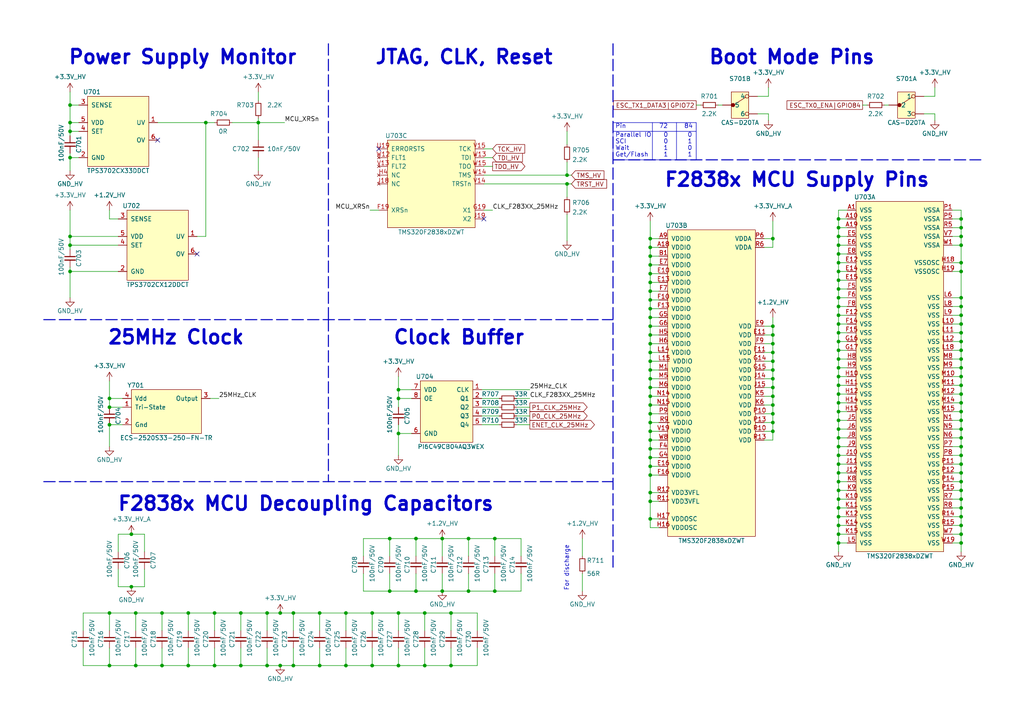
<source format=kicad_sch>
(kicad_sch (version 20211123) (generator eeschema)
  (paper "A4")
  (title_block (title "LCB-CCB-01: Control Board - MCU") (date "2022-03-17") (rev "0.1") (company "PADERBORN UNIVERSITY DEPARTMENT OF POWER ELECTRONICS AND ELECTRICAL DRIVES"))
  (junction (at 188.595 109.855))
  (junction (at 243.205 142.24))
  (junction (at 243.205 152.4))
  (junction (at 278.765 66.04))
  (junction (at 224.155 114.935))
  (junction (at 278.765 93.98))
  (junction (at 278.765 106.68))
  (junction (at 188.595 137.795))
  (junction (at 115.57 113.03))
  (junction (at 278.765 114.3))
  (junction (at 278.765 91.44))
  (junction (at 188.595 84.455))
  (junction (at 59.69 35.56))
  (junction (at 243.205 119.38))
  (junction (at 20.32 35.56))
  (junction (at 278.765 109.22))
  (junction (at 74.93 35.56))
  (junction (at 115.57 177.8))
  (junction (at 143.51 156.21))
  (junction (at 243.205 132.08))
  (junction (at 188.595 122.555))
  (junction (at 115.57 193.04))
  (junction (at 278.765 111.76))
  (junction (at 243.205 121.92))
  (junction (at 123.19 177.8))
  (junction (at 243.205 139.7))
  (junction (at 278.765 99.06))
  (junction (at 31.75 177.8))
  (junction (at 188.595 125.095))
  (junction (at 278.765 149.86))
  (junction (at 120.65 171.45))
  (junction (at 69.85 177.8))
  (junction (at 224.155 109.855))
  (junction (at 38.1 170.18))
  (junction (at 77.47 193.04))
  (junction (at 54.61 193.04))
  (junction (at 107.95 193.04))
  (junction (at 62.23 177.8))
  (junction (at 20.32 71.12))
  (junction (at 188.595 104.775))
  (junction (at 278.765 147.32))
  (junction (at 243.205 99.06))
  (junction (at 278.765 104.14))
  (junction (at 278.765 127))
  (junction (at 188.595 114.935))
  (junction (at 243.205 106.68))
  (junction (at 224.155 112.395))
  (junction (at 188.595 150.495))
  (junction (at 188.595 127.635))
  (junction (at 120.65 156.21))
  (junction (at 278.765 121.92))
  (junction (at 130.81 177.8))
  (junction (at 188.595 112.395))
  (junction (at 243.205 127))
  (junction (at 278.765 152.4))
  (junction (at 243.205 86.36))
  (junction (at 123.19 193.04))
  (junction (at 278.765 101.6))
  (junction (at 278.765 96.52))
  (junction (at 31.75 118.11))
  (junction (at 164.465 53.34))
  (junction (at 188.595 135.255))
  (junction (at 77.47 177.8))
  (junction (at 115.57 115.57))
  (junction (at 278.765 144.78))
  (junction (at 243.205 71.12))
  (junction (at 278.765 63.5))
  (junction (at 278.765 76.2))
  (junction (at 243.205 68.58))
  (junction (at 278.765 132.08))
  (junction (at 20.32 78.74))
  (junction (at 188.595 120.015))
  (junction (at 224.155 120.015))
  (junction (at 243.205 91.44))
  (junction (at 278.765 134.62))
  (junction (at 20.32 68.58))
  (junction (at 243.205 137.16))
  (junction (at 188.595 94.615))
  (junction (at 188.595 107.315))
  (junction (at 128.27 156.21))
  (junction (at 224.155 69.215))
  (junction (at 278.765 139.7))
  (junction (at 243.205 116.84))
  (junction (at 278.765 157.48))
  (junction (at 135.89 171.45))
  (junction (at 39.37 193.04))
  (junction (at 224.155 122.555))
  (junction (at 243.205 129.54))
  (junction (at 46.99 177.8))
  (junction (at 100.33 177.8))
  (junction (at 224.155 107.315))
  (junction (at 278.765 86.36))
  (junction (at 188.595 117.475))
  (junction (at 20.32 30.48))
  (junction (at 243.205 111.76))
  (junction (at 85.09 177.8))
  (junction (at 188.595 71.755))
  (junction (at 224.155 99.695))
  (junction (at 243.205 134.62))
  (junction (at 224.155 125.095))
  (junction (at 243.205 96.52))
  (junction (at 46.99 193.04))
  (junction (at 188.595 132.715))
  (junction (at 188.595 97.155))
  (junction (at 20.32 45.72))
  (junction (at 243.205 73.66))
  (junction (at 62.23 193.04))
  (junction (at 85.09 193.04))
  (junction (at 243.205 157.48))
  (junction (at 188.595 130.175))
  (junction (at 188.595 142.875))
  (junction (at 243.205 88.9))
  (junction (at 243.205 104.14))
  (junction (at 243.205 144.78))
  (junction (at 278.765 88.9))
  (junction (at 243.205 63.5))
  (junction (at 243.205 149.86))
  (junction (at 130.81 193.04))
  (junction (at 128.27 171.45))
  (junction (at 92.71 193.04))
  (junction (at 243.205 76.2))
  (junction (at 188.595 69.215))
  (junction (at 278.765 119.38))
  (junction (at 243.205 154.94))
  (junction (at 224.155 117.475))
  (junction (at 278.765 68.58))
  (junction (at 278.765 142.24))
  (junction (at 135.89 156.21))
  (junction (at 243.205 66.04))
  (junction (at 188.595 99.695))
  (junction (at 188.595 92.075))
  (junction (at 31.75 115.57))
  (junction (at 243.205 81.28))
  (junction (at 243.205 78.74))
  (junction (at 278.765 124.46))
  (junction (at 278.765 129.54))
  (junction (at 39.37 177.8))
  (junction (at 224.155 97.155))
  (junction (at 38.1 154.94))
  (junction (at 69.85 193.04))
  (junction (at 243.205 124.46))
  (junction (at 20.32 38.1))
  (junction (at 143.51 171.45))
  (junction (at 278.765 154.94))
  (junction (at 115.57 125.73))
  (junction (at 188.595 86.995))
  (junction (at 188.595 89.535))
  (junction (at 188.595 102.235))
  (junction (at 243.205 93.98))
  (junction (at 188.595 76.835))
  (junction (at 278.765 137.16))
  (junction (at 113.03 156.21))
  (junction (at 107.95 177.8))
  (junction (at 278.765 116.84))
  (junction (at 243.205 147.32))
  (junction (at 243.205 83.82))
  (junction (at 100.33 193.04))
  (junction (at 224.155 102.235))
  (junction (at 224.155 104.775))
  (junction (at 243.205 109.22))
  (junction (at 164.465 50.8))
  (junction (at 243.205 101.6))
  (junction (at 188.595 79.375))
  (junction (at 278.765 71.12))
  (junction (at 81.28 193.04))
  (junction (at 113.03 171.45))
  (junction (at 31.75 123.19))
  (junction (at 54.61 177.8))
  (junction (at 224.155 94.615))
  (junction (at 188.595 74.295))
  (junction (at 188.595 81.915))
  (junction (at 278.765 78.74))
  (junction (at 92.71 177.8))
  (junction (at 31.75 193.04))
  (junction (at 81.28 177.8))
  (junction (at 188.595 145.415))
  (junction (at 243.205 114.3))
  (no_connect (at 57.15 73.66))
  (no_connect (at 109.855 43.18))
  (no_connect (at 45.72 40.64))
  (no_connect (at 140.335 63.5))
  (wire (pts (xy 62.23 187.96) (xy 62.23 193.04)))
  (wire (pts (xy 135.89 166.37) (xy 135.89 171.45)))
  (wire (pts (xy 245.745 60.96) (xy 243.205 60.96)))
  (wire (pts (xy 276.225 139.7) (xy 278.765 139.7)))
  (wire (pts (xy 188.595 74.295) (xy 188.595 76.835)))
  (wire (pts (xy 35.56 115.57) (xy 31.75 115.57)))
  (wire (pts (xy 245.745 157.48) (xy 243.205 157.48)))
  (wire (pts (xy 113.03 166.37) (xy 113.03 171.45)))
  (wire (pts (xy 243.205 73.66) (xy 243.205 76.2)))
  (wire (pts (xy 245.745 134.62) (xy 243.205 134.62)))
  (wire (pts (xy 46.99 177.8) (xy 54.61 177.8)))
  (wire (pts (xy 224.155 99.695) (xy 224.155 102.235)))
  (wire (pts (xy 140.335 53.34) (xy 164.465 53.34)))
  (wire (pts (xy 149.86 123.19) (xy 153.67 123.19)))
  (wire (pts (xy 20.32 71.12) (xy 20.32 68.58)))
  (wire (pts (xy 119.38 125.73) (xy 115.57 125.73)))
  (wire (pts (xy 77.47 193.04) (xy 81.28 193.04)))
  (wire (pts (xy 278.765 104.14) (xy 278.765 106.68)))
  (wire (pts (xy 143.51 171.45) (xy 151.13 171.45)))
  (wire (pts (xy 221.615 104.775) (xy 224.155 104.775)))
  (wire (pts (xy 243.205 147.32) (xy 243.205 149.86)))
  (wire (pts (xy 245.745 116.84) (xy 243.205 116.84)))
  (wire (pts (xy 245.745 139.7) (xy 243.205 139.7)))
  (wire (pts (xy 107.95 182.88) (xy 107.95 177.8)))
  (wire (pts (xy 69.85 177.8) (xy 77.47 177.8)))
  (wire (pts (xy 105.41 161.29) (xy 105.41 156.21)))
  (wire (pts (xy 115.57 193.04) (xy 123.19 193.04)))
  (wire (pts (xy 191.135 97.155) (xy 188.595 97.155)))
  (wire (pts (xy 140.335 50.8) (xy 164.465 50.8)))
  (wire (pts (xy 34.29 154.94) (xy 38.1 154.94)))
  (wire (pts (xy 188.595 69.215) (xy 188.595 71.755)))
  (wire (pts (xy 138.43 177.8) (xy 138.43 182.88)))
  (wire (pts (xy 39.37 193.04) (xy 46.99 193.04)))
  (wire (pts (xy 20.32 68.58) (xy 34.29 68.58)))
  (wire (pts (xy 54.61 193.04) (xy 62.23 193.04)))
  (wire (pts (xy 267.97 33.02) (xy 271.145 33.02)))
  (wire (pts (xy 164.465 62.23) (xy 164.465 69.85)))
  (wire (pts (xy 85.09 193.04) (xy 92.71 193.04)))
  (wire (pts (xy 188.595 112.395) (xy 188.595 114.935)))
  (wire (pts (xy 191.135 76.835) (xy 188.595 76.835)))
  (wire (pts (xy 276.225 111.76) (xy 278.765 111.76)))
  (wire (pts (xy 276.225 68.58) (xy 278.765 68.58)))
  (wire (pts (xy 188.595 132.715) (xy 188.595 135.255)))
  (wire (pts (xy 140.335 45.72) (xy 142.875 45.72)))
  (wire (pts (xy 276.225 157.48) (xy 278.765 157.48)))
  (wire (pts (xy 278.765 93.98) (xy 278.765 96.52)))
  (wire (pts (xy 74.93 34.29) (xy 74.93 35.56)))
  (wire (pts (xy 243.205 88.9) (xy 243.205 91.44)))
  (wire (pts (xy 276.225 99.06) (xy 278.765 99.06)))
  (wire (pts (xy 138.43 193.04) (xy 138.43 187.96)))
  (wire (pts (xy 130.81 177.8) (xy 138.43 177.8)))
  (wire (pts (xy 224.155 125.095) (xy 224.155 127.635)))
  (wire (pts (xy 113.03 161.29) (xy 113.03 156.21)))
  (wire (pts (xy 41.91 165.1) (xy 41.91 170.18)))
  (wire (pts (xy 188.595 127.635) (xy 188.595 130.175)))
  (wire (pts (xy 188.595 89.535) (xy 188.595 92.075)))
  (wire (pts (xy 115.57 187.96) (xy 115.57 193.04)))
  (wire (pts (xy 60.96 115.57) (xy 63.5 115.57)))
  (wire (pts (xy 39.37 177.8) (xy 46.99 177.8)))
  (wire (pts (xy 278.765 132.08) (xy 278.765 134.62)))
  (wire (pts (xy 24.13 187.96) (xy 24.13 193.04)))
  (wire (pts (xy 139.7 113.03) (xy 153.67 113.03)))
  (wire (pts (xy 164.465 50.8) (xy 165.735 50.8)))
  (wire (pts (xy 139.7 115.57) (xy 144.78 115.57)))
  (wire (pts (xy 243.205 78.74) (xy 243.205 81.28)))
  (wire (pts (xy 243.205 83.82) (xy 243.205 86.36)))
  (polyline (pts (xy 177.8 46.355) (xy 201.93 46.355)) (stroke (width 0) (type solid)))
  (wire (pts (xy 20.32 30.48) (xy 20.32 35.56)))
  (wire (pts (xy 20.32 45.72) (xy 20.32 49.53)))
  (wire (pts (xy 188.595 109.855) (xy 188.595 112.395)))
  (wire (pts (xy 276.225 154.94) (xy 278.765 154.94)))
  (wire (pts (xy 243.205 142.24) (xy 243.205 144.78)))
  (wire (pts (xy 222.885 33.02) (xy 222.885 34.925)))
  (wire (pts (xy 208.28 30.48) (xy 209.55 30.48)))
  (wire (pts (xy 278.765 101.6) (xy 278.765 104.14)))
  (wire (pts (xy 245.745 96.52) (xy 243.205 96.52)))
  (wire (pts (xy 243.205 154.94) (xy 243.205 157.48)))
  (wire (pts (xy 59.69 35.56) (xy 62.23 35.56)))
  (wire (pts (xy 278.765 86.36) (xy 278.765 88.9)))
  (wire (pts (xy 278.765 152.4) (xy 278.765 154.94)))
  (wire (pts (xy 245.745 106.68) (xy 243.205 106.68)))
  (wire (pts (xy 243.205 81.28) (xy 243.205 83.82)))
  (wire (pts (xy 201.93 30.48) (xy 203.2 30.48)))
  (wire (pts (xy 34.29 165.1) (xy 34.29 170.18)))
  (wire (pts (xy 224.155 107.315) (xy 224.155 109.855)))
  (polyline (pts (xy 95.25 12.7) (xy 95.25 92.71)) (stroke (width 0.3)))
  (wire (pts (xy 69.85 182.88) (xy 69.85 177.8)))
  (wire (pts (xy 188.595 64.135) (xy 188.595 69.215)))
  (wire (pts (xy 191.135 130.175) (xy 188.595 130.175)))
  (wire (pts (xy 245.745 124.46) (xy 243.205 124.46)))
  (wire (pts (xy 219.71 33.02) (xy 222.885 33.02)))
  (wire (pts (xy 188.595 135.255) (xy 188.595 137.795)))
  (wire (pts (xy 100.33 182.88) (xy 100.33 177.8)))
  (wire (pts (xy 81.28 177.8) (xy 85.09 177.8)))
  (wire (pts (xy 20.32 78.74) (xy 20.32 86.36)))
  (wire (pts (xy 224.155 109.855) (xy 224.155 112.395)))
  (wire (pts (xy 46.99 187.96) (xy 46.99 193.04)))
  (wire (pts (xy 128.27 171.45) (xy 135.89 171.45)))
  (wire (pts (xy 278.765 119.38) (xy 278.765 121.92)))
  (wire (pts (xy 123.19 193.04) (xy 130.81 193.04)))
  (wire (pts (xy 120.65 161.29) (xy 120.65 156.21)))
  (wire (pts (xy 224.155 112.395) (xy 224.155 114.935)))
  (wire (pts (xy 113.03 156.21) (xy 120.65 156.21)))
  (wire (pts (xy 243.205 91.44) (xy 243.205 93.98)))
  (wire (pts (xy 278.765 88.9) (xy 278.765 91.44)))
  (wire (pts (xy 243.205 66.04) (xy 243.205 68.58)))
  (wire (pts (xy 245.745 121.92) (xy 243.205 121.92)))
  (wire (pts (xy 267.97 27.94) (xy 271.145 27.94)))
  (wire (pts (xy 62.23 177.8) (xy 69.85 177.8)))
  (wire (pts (xy 191.135 99.695) (xy 188.595 99.695)))
  (wire (pts (xy 224.155 114.935) (xy 224.155 117.475)))
  (wire (pts (xy 92.71 182.88) (xy 92.71 177.8)))
  (wire (pts (xy 245.745 68.58) (xy 243.205 68.58)))
  (wire (pts (xy 24.13 177.8) (xy 31.75 177.8)))
  (wire (pts (xy 188.595 102.235) (xy 188.595 104.775)))
  (wire (pts (xy 22.86 30.48) (xy 20.32 30.48)))
  (wire (pts (xy 120.65 171.45) (xy 128.27 171.45)))
  (wire (pts (xy 57.15 68.58) (xy 59.69 68.58)))
  (wire (pts (xy 123.19 177.8) (xy 130.81 177.8)))
  (wire (pts (xy 54.61 182.88) (xy 54.61 177.8)))
  (wire (pts (xy 243.205 152.4) (xy 243.205 154.94)))
  (wire (pts (xy 243.205 137.16) (xy 243.205 139.7)))
  (wire (pts (xy 278.765 63.5) (xy 278.765 66.04)))
  (wire (pts (xy 245.745 137.16) (xy 243.205 137.16)))
  (wire (pts (xy 221.615 71.755) (xy 224.155 71.755)))
  (wire (pts (xy 243.205 96.52) (xy 243.205 99.06)))
  (wire (pts (xy 34.29 160.02) (xy 34.29 154.94)))
  (polyline (pts (xy 189.23 35.56) (xy 189.23 46.355)) (stroke (width 0) (type solid)))
  (wire (pts (xy 278.765 149.86) (xy 278.765 152.4)))
  (wire (pts (xy 278.765 134.62) (xy 278.765 137.16)))
  (wire (pts (xy 245.745 73.66) (xy 243.205 73.66)))
  (wire (pts (xy 245.745 93.98) (xy 243.205 93.98)))
  (wire (pts (xy 191.135 127.635) (xy 188.595 127.635)))
  (wire (pts (xy 243.205 134.62) (xy 243.205 137.16)))
  (wire (pts (xy 243.205 60.96) (xy 243.205 63.5)))
  (wire (pts (xy 278.765 142.24) (xy 278.765 144.78)))
  (wire (pts (xy 221.615 97.155) (xy 224.155 97.155)))
  (wire (pts (xy 115.57 109.22) (xy 115.57 113.03)))
  (wire (pts (xy 278.765 106.68) (xy 278.765 109.22)))
  (wire (pts (xy 46.99 182.88) (xy 46.99 177.8)))
  (wire (pts (xy 191.135 114.935) (xy 188.595 114.935)))
  (wire (pts (xy 271.145 27.94) (xy 271.145 25.4)))
  (wire (pts (xy 20.32 78.74) (xy 20.32 77.47)))
  (wire (pts (xy 20.32 35.56) (xy 20.32 38.1)))
  (wire (pts (xy 245.745 142.24) (xy 243.205 142.24)))
  (wire (pts (xy 191.135 71.755) (xy 188.595 71.755)))
  (wire (pts (xy 276.225 71.12) (xy 278.765 71.12)))
  (wire (pts (xy 168.91 156.21) (xy 168.91 161.29)))
  (wire (pts (xy 245.745 144.78) (xy 243.205 144.78)))
  (wire (pts (xy 31.75 177.8) (xy 39.37 177.8)))
  (wire (pts (xy 188.595 107.315) (xy 188.595 109.855)))
  (wire (pts (xy 191.135 150.495) (xy 188.595 150.495)))
  (wire (pts (xy 221.615 107.315) (xy 224.155 107.315)))
  (wire (pts (xy 120.65 156.21) (xy 128.27 156.21)))
  (wire (pts (xy 278.765 129.54) (xy 278.765 132.08)))
  (wire (pts (xy 191.135 135.255) (xy 188.595 135.255)))
  (wire (pts (xy 243.205 119.38) (xy 243.205 121.92)))
  (wire (pts (xy 135.89 161.29) (xy 135.89 156.21)))
  (wire (pts (xy 119.38 115.57) (xy 115.57 115.57)))
  (polyline (pts (xy 177.8 35.56) (xy 201.93 35.56)) (stroke (width 0) (type solid)))
  (wire (pts (xy 191.135 94.615) (xy 188.595 94.615)))
  (wire (pts (xy 243.205 139.7) (xy 243.205 142.24)))
  (wire (pts (xy 59.69 68.58) (xy 59.69 35.56)))
  (wire (pts (xy 191.135 145.415) (xy 188.595 145.415)))
  (wire (pts (xy 243.205 93.98) (xy 243.205 96.52)))
  (wire (pts (xy 31.75 193.04) (xy 39.37 193.04)))
  (wire (pts (xy 188.595 114.935) (xy 188.595 117.475)))
  (wire (pts (xy 245.745 111.76) (xy 243.205 111.76)))
  (wire (pts (xy 278.765 137.16) (xy 278.765 139.7)))
  (wire (pts (xy 278.765 154.94) (xy 278.765 157.48)))
  (wire (pts (xy 276.225 147.32) (xy 278.765 147.32)))
  (wire (pts (xy 20.32 72.39) (xy 20.32 71.12)))
  (wire (pts (xy 278.765 139.7) (xy 278.765 142.24)))
  (wire (pts (xy 113.03 171.45) (xy 120.65 171.45)))
  (wire (pts (xy 271.145 33.02) (xy 271.145 34.925)))
  (wire (pts (xy 224.155 104.775) (xy 224.155 107.315)))
  (wire (pts (xy 100.33 177.8) (xy 107.95 177.8)))
  (wire (pts (xy 62.23 193.04) (xy 69.85 193.04)))
  (wire (pts (xy 188.595 79.375) (xy 188.595 81.915)))
  (wire (pts (xy 278.765 157.48) (xy 278.765 160.02)))
  (wire (pts (xy 34.29 63.5) (xy 31.75 63.5)))
  (wire (pts (xy 191.135 84.455) (xy 188.595 84.455)))
  (wire (pts (xy 243.205 121.92) (xy 243.205 124.46)))
  (wire (pts (xy 191.135 102.235) (xy 188.595 102.235)))
  (polyline (pts (xy 177.8 35.56) (xy 177.8 46.355)) (stroke (width 0) (type solid)))
  (wire (pts (xy 245.745 104.14) (xy 243.205 104.14)))
  (wire (pts (xy 276.225 124.46) (xy 278.765 124.46)))
  (wire (pts (xy 100.33 187.96) (xy 100.33 193.04)))
  (wire (pts (xy 31.75 123.19) (xy 31.75 129.54)))
  (wire (pts (xy 188.595 97.155) (xy 188.595 99.695)))
  (wire (pts (xy 188.595 92.075) (xy 188.595 94.615)))
  (wire (pts (xy 74.93 45.72) (xy 74.93 49.53)))
  (wire (pts (xy 191.135 92.075) (xy 188.595 92.075)))
  (wire (pts (xy 243.205 99.06) (xy 243.205 101.6)))
  (wire (pts (xy 221.615 114.935) (xy 224.155 114.935)))
  (wire (pts (xy 20.32 68.58) (xy 20.32 60.96)))
  (wire (pts (xy 278.765 111.76) (xy 278.765 114.3)))
  (wire (pts (xy 276.225 104.14) (xy 278.765 104.14)))
  (wire (pts (xy 245.745 83.82) (xy 243.205 83.82)))
  (wire (pts (xy 276.225 152.4) (xy 278.765 152.4)))
  (wire (pts (xy 115.57 115.57) (xy 115.57 113.03)))
  (wire (pts (xy 130.81 182.88) (xy 130.81 177.8)))
  (wire (pts (xy 245.745 99.06) (xy 243.205 99.06)))
  (wire (pts (xy 22.86 45.72) (xy 20.32 45.72)))
  (wire (pts (xy 54.61 187.96) (xy 54.61 193.04)))
  (wire (pts (xy 224.155 117.475) (xy 224.155 120.015)))
  (wire (pts (xy 276.225 91.44) (xy 278.765 91.44)))
  (wire (pts (xy 278.765 116.84) (xy 278.765 119.38)))
  (wire (pts (xy 278.765 68.58) (xy 278.765 71.12)))
  (wire (pts (xy 140.335 48.26) (xy 142.875 48.26)))
  (wire (pts (xy 46.99 193.04) (xy 54.61 193.04)))
  (polyline (pts (xy 12.7 92.71) (xy 177.8 92.71)) (stroke (width 0.3)))
  (wire (pts (xy 92.71 193.04) (xy 100.33 193.04)))
  (wire (pts (xy 243.205 76.2) (xy 243.205 78.74)))
  (wire (pts (xy 221.615 109.855) (xy 224.155 109.855)))
  (wire (pts (xy 139.7 118.11) (xy 144.78 118.11)))
  (wire (pts (xy 92.71 187.96) (xy 92.71 193.04)))
  (wire (pts (xy 85.09 187.96) (xy 85.09 193.04)))
  (wire (pts (xy 130.81 187.96) (xy 130.81 193.04)))
  (wire (pts (xy 276.225 96.52) (xy 278.765 96.52)))
  (wire (pts (xy 191.135 153.035) (xy 188.595 153.035)))
  (wire (pts (xy 39.37 182.88) (xy 39.37 177.8)))
  (wire (pts (xy 276.225 66.04) (xy 278.765 66.04)))
  (wire (pts (xy 149.86 118.11) (xy 153.67 118.11)))
  (wire (pts (xy 276.225 137.16) (xy 278.765 137.16)))
  (wire (pts (xy 245.745 152.4) (xy 243.205 152.4)))
  (wire (pts (xy 35.56 118.11) (xy 31.75 118.11)))
  (wire (pts (xy 164.465 38.1) (xy 164.465 41.91)))
  (wire (pts (xy 31.75 115.57) (xy 31.75 110.49)))
  (wire (pts (xy 245.745 71.12) (xy 243.205 71.12)))
  (wire (pts (xy 245.745 101.6) (xy 243.205 101.6)))
  (wire (pts (xy 245.745 147.32) (xy 243.205 147.32)))
  (wire (pts (xy 221.615 112.395) (xy 224.155 112.395)))
  (wire (pts (xy 20.32 44.45) (xy 20.32 45.72)))
  (wire (pts (xy 276.225 101.6) (xy 278.765 101.6)))
  (wire (pts (xy 191.135 86.995) (xy 188.595 86.995)))
  (wire (pts (xy 34.29 170.18) (xy 38.1 170.18)))
  (wire (pts (xy 188.595 76.835) (xy 188.595 79.375)))
  (wire (pts (xy 224.155 122.555) (xy 224.155 125.095)))
  (wire (pts (xy 115.57 125.73) (xy 115.57 132.08)))
  (wire (pts (xy 243.205 111.76) (xy 243.205 114.3)))
  (wire (pts (xy 276.225 121.92) (xy 278.765 121.92)))
  (wire (pts (xy 45.72 35.56) (xy 59.69 35.56)))
  (wire (pts (xy 188.595 137.795) (xy 188.595 142.875)))
  (wire (pts (xy 20.32 78.74) (xy 34.29 78.74)))
  (wire (pts (xy 41.91 160.02) (xy 41.91 154.94)))
  (wire (pts (xy 119.38 113.03) (xy 115.57 113.03)))
  (wire (pts (xy 130.81 193.04) (xy 138.43 193.04)))
  (wire (pts (xy 276.225 132.08) (xy 278.765 132.08)))
  (wire (pts (xy 188.595 71.755) (xy 188.595 74.295)))
  (polyline (pts (xy 201.93 35.56) (xy 201.93 46.355)) (stroke (width 0) (type solid)))
  (wire (pts (xy 188.595 84.455) (xy 188.595 86.995)))
  (wire (pts (xy 245.745 88.9) (xy 243.205 88.9)))
  (wire (pts (xy 245.745 78.74) (xy 243.205 78.74)))
  (wire (pts (xy 191.135 79.375) (xy 188.595 79.375)))
  (wire (pts (xy 191.135 120.015) (xy 188.595 120.015)))
  (wire (pts (xy 245.745 63.5) (xy 243.205 63.5)))
  (wire (pts (xy 135.89 156.21) (xy 143.51 156.21)))
  (wire (pts (xy 151.13 166.37) (xy 151.13 171.45)))
  (polyline (pts (xy 177.8 12.7) (xy 177.8 165.1)) (stroke (width 0.3)))
  (wire (pts (xy 139.7 123.19) (xy 144.78 123.19)))
  (wire (pts (xy 276.225 60.96) (xy 278.765 60.96)))
  (wire (pts (xy 191.135 125.095) (xy 188.595 125.095)))
  (wire (pts (xy 278.765 127) (xy 278.765 129.54)))
  (wire (pts (xy 191.135 107.315) (xy 188.595 107.315)))
  (wire (pts (xy 276.225 78.74) (xy 278.765 78.74)))
  (wire (pts (xy 24.13 193.04) (xy 31.75 193.04)))
  (wire (pts (xy 54.61 177.8) (xy 62.23 177.8)))
  (wire (pts (xy 74.93 35.56) (xy 82.55 35.56)))
  (wire (pts (xy 100.33 193.04) (xy 107.95 193.04)))
  (wire (pts (xy 62.23 182.88) (xy 62.23 177.8)))
  (wire (pts (xy 20.32 71.12) (xy 34.29 71.12)))
  (wire (pts (xy 188.595 120.015) (xy 188.595 122.555)))
  (wire (pts (xy 245.745 149.86) (xy 243.205 149.86)))
  (wire (pts (xy 276.225 109.22) (xy 278.765 109.22)))
  (wire (pts (xy 243.205 132.08) (xy 243.205 134.62)))
  (wire (pts (xy 245.745 91.44) (xy 243.205 91.44)))
  (wire (pts (xy 115.57 115.57) (xy 115.57 118.11)))
  (wire (pts (xy 31.75 63.5) (xy 31.75 60.96)))
  (wire (pts (xy 245.745 76.2) (xy 243.205 76.2)))
  (wire (pts (xy 221.615 127.635) (xy 224.155 127.635)))
  (wire (pts (xy 224.155 92.075) (xy 224.155 94.615)))
  (wire (pts (xy 224.155 69.215) (xy 224.155 64.135)))
  (wire (pts (xy 139.7 120.65) (xy 144.78 120.65)))
  (wire (pts (xy 188.595 86.995) (xy 188.595 89.535)))
  (wire (pts (xy 140.335 43.18) (xy 142.875 43.18)))
  (wire (pts (xy 243.205 149.86) (xy 243.205 152.4)))
  (wire (pts (xy 105.41 156.21) (xy 113.03 156.21)))
  (wire (pts (xy 105.41 171.45) (xy 113.03 171.45)))
  (wire (pts (xy 191.135 109.855) (xy 188.595 109.855)))
  (wire (pts (xy 31.75 187.96) (xy 31.75 193.04)))
  (wire (pts (xy 191.135 117.475) (xy 188.595 117.475)))
  (wire (pts (xy 143.51 156.21) (xy 151.13 156.21)))
  (wire (pts (xy 135.89 171.45) (xy 143.51 171.45)))
  (wire (pts (xy 191.135 112.395) (xy 188.595 112.395)))
  (wire (pts (xy 245.745 127) (xy 243.205 127)))
  (wire (pts (xy 77.47 182.88) (xy 77.47 177.8)))
  (wire (pts (xy 245.745 114.3) (xy 243.205 114.3)))
  (wire (pts (xy 243.205 114.3) (xy 243.205 116.84)))
  (wire (pts (xy 191.135 137.795) (xy 188.595 137.795)))
  (wire (pts (xy 221.615 99.695) (xy 224.155 99.695)))
  (wire (pts (xy 188.595 130.175) (xy 188.595 132.715)))
  (wire (pts (xy 276.225 119.38) (xy 278.765 119.38)))
  (wire (pts (xy 278.765 121.92) (xy 278.765 124.46)))
  (wire (pts (xy 77.47 187.96) (xy 77.47 193.04)))
  (polyline (pts (xy 12.7 139.7) (xy 177.8 139.7)) (stroke (width 0.3)))
  (wire (pts (xy 224.155 102.235) (xy 224.155 104.775)))
  (wire (pts (xy 120.65 166.37) (xy 120.65 171.45)))
  (wire (pts (xy 20.32 38.1) (xy 20.32 39.37)))
  (wire (pts (xy 276.225 63.5) (xy 278.765 63.5)))
  (wire (pts (xy 164.465 53.34) (xy 165.735 53.34)))
  (wire (pts (xy 22.86 38.1) (xy 20.32 38.1)))
  (wire (pts (xy 243.205 127) (xy 243.205 129.54)))
  (wire (pts (xy 222.885 27.94) (xy 222.885 25.4)))
  (wire (pts (xy 92.71 177.8) (xy 100.33 177.8)))
  (wire (pts (xy 191.135 74.295) (xy 188.595 74.295)))
  (wire (pts (xy 245.745 66.04) (xy 243.205 66.04)))
  (wire (pts (xy 188.595 150.495) (xy 188.595 153.035)))
  (wire (pts (xy 164.465 53.34) (xy 164.465 57.15)))
  (wire (pts (xy 276.225 134.62) (xy 278.765 134.62)))
  (wire (pts (xy 109.855 60.96) (xy 107.315 60.96)))
  (wire (pts (xy 256.54 30.48) (xy 257.81 30.48)))
  (wire (pts (xy 105.41 166.37) (xy 105.41 171.45)))
  (wire (pts (xy 245.745 129.54) (xy 243.205 129.54)))
  (wire (pts (xy 243.205 144.78) (xy 243.205 147.32)))
  (wire (pts (xy 278.765 124.46) (xy 278.765 127)))
  (wire (pts (xy 276.225 142.24) (xy 278.765 142.24)))
  (wire (pts (xy 276.225 114.3) (xy 278.765 114.3)))
  (wire (pts (xy 245.745 81.28) (xy 243.205 81.28)))
  (wire (pts (xy 38.1 154.94) (xy 41.91 154.94)))
  (wire (pts (xy 221.615 120.015) (xy 224.155 120.015)))
  (wire (pts (xy 188.595 125.095) (xy 188.595 127.635)))
  (wire (pts (xy 143.51 166.37) (xy 143.51 171.45)))
  (wire (pts (xy 115.57 182.88) (xy 115.57 177.8)))
  (wire (pts (xy 188.595 145.415) (xy 188.595 150.495)))
  (wire (pts (xy 243.205 71.12) (xy 243.205 73.66)))
  (wire (pts (xy 278.765 96.52) (xy 278.765 99.06)))
  (wire (pts (xy 221.615 102.235) (xy 224.155 102.235)))
  (wire (pts (xy 243.205 68.58) (xy 243.205 71.12)))
  (wire (pts (xy 276.225 88.9) (xy 278.765 88.9)))
  (wire (pts (xy 191.135 104.775) (xy 188.595 104.775)))
  (wire (pts (xy 221.615 125.095) (xy 224.155 125.095)))
  (polyline (pts (xy 196.215 35.56) (xy 196.215 46.355)) (stroke (width 0) (type solid)))
  (polyline (pts (xy 177.8 46.355) (xy 284.48 46.355)) (stroke (width 0.3)))
  (wire (pts (xy 128.27 166.37) (xy 128.27 171.45)))
  (wire (pts (xy 115.57 177.8) (xy 123.19 177.8)))
  (wire (pts (xy 128.27 156.21) (xy 135.89 156.21)))
  (wire (pts (xy 191.135 69.215) (xy 188.595 69.215)))
  (wire (pts (xy 224.155 94.615) (xy 224.155 97.155)))
  (wire (pts (xy 107.95 187.96) (xy 107.95 193.04)))
  (wire (pts (xy 243.205 86.36) (xy 243.205 88.9)))
  (wire (pts (xy 245.745 154.94) (xy 243.205 154.94)))
  (wire (pts (xy 191.135 81.915) (xy 188.595 81.915)))
  (wire (pts (xy 188.595 122.555) (xy 188.595 125.095)))
  (wire (pts (xy 224.155 97.155) (xy 224.155 99.695)))
  (wire (pts (xy 243.205 129.54) (xy 243.205 132.08)))
  (wire (pts (xy 74.93 26.67) (xy 74.93 29.21)))
  (wire (pts (xy 81.28 193.04) (xy 85.09 193.04)))
  (wire (pts (xy 123.19 187.96) (xy 123.19 193.04)))
  (wire (pts (xy 107.95 177.8) (xy 115.57 177.8)))
  (wire (pts (xy 276.225 93.98) (xy 278.765 93.98)))
  (wire (pts (xy 128.27 161.29) (xy 128.27 156.21)))
  (wire (pts (xy 69.85 187.96) (xy 69.85 193.04)))
  (wire (pts (xy 243.205 116.84) (xy 243.205 119.38)))
  (wire (pts (xy 278.765 144.78) (xy 278.765 147.32)))
  (polyline (pts (xy 95.25 92.71) (xy 95.25 139.7)) (stroke (width 0.3)))
  (wire (pts (xy 107.95 193.04) (xy 115.57 193.04)))
  (wire (pts (xy 278.765 114.3) (xy 278.765 116.84)))
  (wire (pts (xy 245.745 132.08) (xy 243.205 132.08)))
  (wire (pts (xy 276.225 144.78) (xy 278.765 144.78)))
  (wire (pts (xy 31.75 182.88) (xy 31.75 177.8)))
  (wire (pts (xy 221.615 94.615) (xy 224.155 94.615)))
  (wire (pts (xy 123.19 182.88) (xy 123.19 177.8)))
  (wire (pts (xy 224.155 120.015) (xy 224.155 122.555)))
  (wire (pts (xy 278.765 109.22) (xy 278.765 111.76)))
  (wire (pts (xy 221.615 69.215) (xy 224.155 69.215)))
  (wire (pts (xy 188.595 104.775) (xy 188.595 107.315)))
  (wire (pts (xy 276.225 106.68) (xy 278.765 106.68)))
  (wire (pts (xy 250.19 30.48) (xy 251.46 30.48)))
  (wire (pts (xy 245.745 109.22) (xy 243.205 109.22)))
  (wire (pts (xy 188.595 117.475) (xy 188.595 120.015)))
  (wire (pts (xy 149.86 115.57) (xy 153.67 115.57)))
  (wire (pts (xy 149.86 120.65) (xy 153.67 120.65)))
  (wire (pts (xy 38.1 170.18) (xy 41.91 170.18)))
  (wire (pts (xy 191.135 122.555) (xy 188.595 122.555)))
  (wire (pts (xy 188.595 99.695) (xy 188.595 102.235)))
  (wire (pts (xy 168.91 166.37) (xy 168.91 171.45)))
  (wire (pts (xy 278.765 91.44) (xy 278.765 93.98)))
  (wire (pts (xy 221.615 117.475) (xy 224.155 117.475)))
  (wire (pts (xy 276.225 86.36) (xy 278.765 86.36)))
  (wire (pts (xy 85.09 182.88) (xy 85.09 177.8)))
  (wire (pts (xy 278.765 78.74) (xy 278.765 86.36)))
  (wire (pts (xy 243.205 157.48) (xy 243.205 160.02)))
  (wire (pts (xy 276.225 116.84) (xy 278.765 116.84)))
  (wire (pts (xy 24.13 182.88) (xy 24.13 177.8)))
  (wire (pts (xy 151.13 161.29) (xy 151.13 156.21)))
  (wire (pts (xy 22.86 35.56) (xy 20.32 35.56)))
  (wire (pts (xy 191.135 142.875) (xy 188.595 142.875)))
  (wire (pts (xy 219.71 27.94) (xy 222.885 27.94)))
  (wire (pts (xy 276.225 76.2) (xy 278.765 76.2)))
  (wire (pts (xy 31.75 115.57) (xy 31.75 118.11)))
  (wire (pts (xy 188.595 94.615) (xy 188.595 97.155)))
  (wire (pts (xy 143.51 161.29) (xy 143.51 156.21)))
  (wire (pts (xy 35.56 123.19) (xy 31.75 123.19)))
  (wire (pts (xy 243.205 106.68) (xy 243.205 109.22)))
  (wire (pts (xy 20.32 26.67) (xy 20.32 30.48)))
  (wire (pts (xy 85.09 177.8) (xy 92.71 177.8)))
  (wire (pts (xy 243.205 124.46) (xy 243.205 127)))
  (wire (pts (xy 191.135 132.715) (xy 188.595 132.715)))
  (wire (pts (xy 278.765 99.06) (xy 278.765 101.6)))
  (wire (pts (xy 276.225 129.54) (xy 278.765 129.54)))
  (wire (pts (xy 224.155 71.755) (xy 224.155 69.215)))
  (wire (pts (xy 140.335 60.96) (xy 142.875 60.96)))
  (wire (pts (xy 278.765 66.04) (xy 278.765 68.58)))
  (wire (pts (xy 278.765 71.12) (xy 278.765 76.2)))
  (wire (pts (xy 276.225 149.86) (xy 278.765 149.86)))
  (wire (pts (xy 278.765 60.96) (xy 278.765 63.5)))
  (wire (pts (xy 278.765 76.2) (xy 278.765 78.74)))
  (wire (pts (xy 74.93 35.56) (xy 74.93 40.64)))
  (wire (pts (xy 276.225 127) (xy 278.765 127)))
  (wire (pts (xy 278.765 147.32) (xy 278.765 149.86)))
  (wire (pts (xy 188.595 142.875) (xy 188.595 145.415)))
  (wire (pts (xy 164.465 46.99) (xy 164.465 50.8)))
  (wire (pts (xy 243.205 104.14) (xy 243.205 106.68)))
  (wire (pts (xy 115.57 125.73) (xy 115.57 123.19)))
  (wire (pts (xy 245.745 86.36) (xy 243.205 86.36)))
  (wire (pts (xy 221.615 122.555) (xy 224.155 122.555)))
  (wire (pts (xy 77.47 177.8) (xy 81.28 177.8)))
  (wire (pts (xy 191.135 89.535) (xy 188.595 89.535)))
  (wire (pts (xy 243.205 109.22) (xy 243.205 111.76)))
  (wire (pts (xy 243.205 101.6) (xy 243.205 104.14)))
  (polyline (pts (xy 177.8 38.1) (xy 201.93 38.1)) (stroke (width 0) (type solid)))
  (wire (pts (xy 39.37 187.96) (xy 39.37 193.04)))
  (wire (pts (xy 245.745 119.38) (xy 243.205 119.38)))
  (wire (pts (xy 188.595 81.915) (xy 188.595 84.455)))
  (wire (pts (xy 243.205 63.5) (xy 243.205 66.04)))
  (wire (pts (xy 69.85 193.04) (xy 77.47 193.04)))
  (wire (pts (xy 67.31 35.56) (xy 74.93 35.56)))
  (text "Parallel IO" (at 178.435 40.005 0) (effects (font (size 1.27 1.27)) (justify left bottom)))
  (text "0" (at 199.39 40.005 0) (effects (font (size 1.27 1.27)) (justify left bottom)))
  (text "Power Supply Monitor" (at 86.36 19.05 180) (effects (font (size 4 4) bold) (justify right bottom)))
  (text "F2838x MCU Supply Pins" (at 269.875 54.61 180) (effects (font (size 4 4) bold) (justify right bottom)))
  (text "Get/Flash" (at 178.435 45.72 0) (effects (font (size 1.27 1.27)) (justify left bottom)))
  (text "0" (at 199.39 43.815 0) (effects (font (size 1.27 1.27)) (justify left bottom)))
  (text "JTAG, CLK, Reset" (at 160.655 19.05 180) (effects (font (size 4 4) bold) (justify right bottom)))
  (text "1" (at 192.405 43.815 0) (effects (font (size 1.27 1.27)) (justify left bottom)))
  (text "F2838x MCU Decoupling Capacitors" (at 143.51 148.59 180) (effects (font (size 4 4) bold) (justify right bottom)))
  (text "Pin          72     84" (at 178.435 37.465 0) (effects (font (size 1.27 1.27)) (justify left bottom)))
  (text "0" (at 192.405 40.005 0) (effects (font (size 1.27 1.27)) (justify left bottom)))
  (text "1" (at 192.405 45.72 0) (effects (font (size 1.27 1.27)) (justify left bottom)))
  (text "For discharge" (at 165.1 171.45 90) (effects (font (size 1.27 1.27)) (justify left bottom)))
  (text "SCI" (at 178.435 41.91 0) (effects (font (size 1.27 1.27)) (justify left bottom)))
  (text "Wait" (at 178.435 43.815 0) (effects (font (size 1.27 1.27)) (justify left bottom)))
  (text "Clock Buffer" (at 152.4 100.33 180) (effects (font (size 4 4) bold) (justify right bottom)))
  (text "1" (at 199.39 41.91 0) (effects (font (size 1.27 1.27)) (justify left bottom)))
  (text "25MHz Clock" (at 71.12 100.33 180) (effects (font (size 4 4) bold) (justify right bottom)))
  (text "1" (at 199.39 45.72 0) (effects (font (size 1.27 1.27)) (justify left bottom)))
  (text "0" (at 192.405 41.91 0) (effects (font (size 1.27 1.27)) (justify left bottom)))
  (text "Boot Mode Pins" (at 254 19.05 180) (effects (font (size 4 4) bold) (justify right bottom)))
  (label "CLK_F283XX_25MHz" (at 153.67 115.57 0))
  (label "MCU_XRSn" (at 82.55 35.56 0))
  (label "25MHz_CLK" (at 153.67 113.03 0))
  (label "MCU_XRSn" (at 107.315 60.96 180))
  (label "25MHz_CLK" (at 63.5 115.57 0))
  (label "CLK_F283XX_25MHz" (at 142.875 60.96 0))
  (global_label "TMS_HV" (shape input) (at 165.735 50.8 0) (property "Intersheet References" "${INTERSHEET_REFS}" (effects hide)))
  (global_label "P1_CLK_25MHz" (shape output) (at 153.67 118.11 0) (property "Intersheet References" "${INTERSHEET_REFS}" (effects hide)))
  (global_label "TRST_HV" (shape input) (at 165.735 53.34 0) (property "Intersheet References" "${INTERSHEET_REFS}" (effects hide)))
  (global_label "ESC_TX1_DATA3|GPIO72" (shape passive) (at 201.93 30.48 180) (property "Intersheet References" "${INTERSHEET_REFS}" (effects hide)))
  (global_label "P0_CLK_25MHz" (shape output) (at 153.67 120.65 0) (property "Intersheet References" "${INTERSHEET_REFS}" (effects hide)))
  (global_label "TDI_HV" (shape input) (at 142.875 45.72 0) (property "Intersheet References" "${INTERSHEET_REFS}" (effects hide)))
  (global_label "TCK_HV" (shape input) (at 142.875 43.18 0) (property "Intersheet References" "${INTERSHEET_REFS}" (effects hide)))
  (global_label "TDO_HV" (shape output) (at 142.875 48.26 0) (property "Intersheet References" "${INTERSHEET_REFS}" (effects hide)))
  (global_label "ENET_CLK_25MHz" (shape output) (at 153.67 123.19 0) (property "Intersheet References" "${INTERSHEET_REFS}" (effects hide)))
  (global_label "ESC_TX0_ENA|GPIO84" (shape passive) (at 250.19 30.48 180) (property "Intersheet References" "${INTERSHEET_REFS}" (effects hide)))
  (symbol (lib_id "LEA_SymbolLibrary:TMS320F2838xDZWT") (at 260.985 86.36 0) (unit 1)
    (property "Reference" "U703" (at 250.825 57.15 0))
    (property "Value" "TMS320F2838xDZWT" (at 260.985 161.29 0))
    (property "Footprint" "LEA_FootprintLibrary:BGA-361_19x19_16.0x16.0mm" (effects hide))
    (property "Datasheet" "https://www.ti.com/lit/ds/symlink/tms320f28386d.pdf?ts=1639959530674&ref_url=https%253A%252F%252Fwww.ti.com%252Fsitesearch%252Fdocs%252Funiversalsearch.tsp%253FlangPref%253Den-US%2526searchTerm%253DF28386DZWTS%2526nr%253D13" (effects hide))
    (property "Manufacturer" "Texas Instruments" (effects hide))
    (property "Mfr. No" "TMS320F2838xDZWT" (effects hide))
    (property "manf#" "TMS320F2838xDZWT" (effects hide))
  )
  (symbol (lib_id "LEA_SymbolLibrary:GND_HV") (at 278.765 160.02 0) (unit 1)
    (property "Reference" "#PWR0725" (effects hide))
    (property "Value" "GND_HV" (at 278.765 163.83 0))
  )
  (symbol (lib_id "LEA_SymbolLibrary:GND_HV") (at 243.205 160.02 0) (unit 1)
    (property "Reference" "#PWR0724" (effects hide))
    (property "Value" "GND_HV" (at 243.205 163.83 0))
  )
  (symbol (lib_id "LEA_SymbolLibrary:TMS320F2838xDZWT") (at 125.095 76.2 0) (unit 3)
    (property "Reference" "U703" (at 114.935 39.37 0))
    (property "Value" "TMS320F2838xDZWT" (at 125.095 67.31 0))
    (property "Footprint" "LEA_FootprintLibrary:BGA-361_19x19_16.0x16.0mm" (effects hide))
    (property "Datasheet" "https://www.ti.com/lit/ds/symlink/tms320f28386d.pdf?ts=1639959530674&ref_url=https%253A%252F%252Fwww.ti.com%252Fsitesearch%252Fdocs%252Funiversalsearch.tsp%253FlangPref%253Den-US%2526searchTerm%253DF28386DZWTS%2526nr%253D13" (effects hide))
    (property "Manufacturer" "Texas Instruments" (effects hide))
    (property "Mfr. No" "TMS320F2838xDZWT" (effects hide))
    (property "manf#" "TMS320F2838xDZWT" (effects hide))
  )
  (symbol (lib_id "LEA_SymbolLibrary:+3.3V_HV") (at 164.465 38.1 0) (unit 1)
    (property "Reference" "#PWR0707" (effects hide))
    (property "Value" "+3.3V_HV" (at 164.465 33.7058 0))
  )
  (symbol (lib_id "LEA_SymbolLibrary:ECS-2520S33-250-FN-TR") (at 48.26 118.11 0) (unit 1)
    (property "Reference" "Y701" (at 39.37 111.76 0))
    (property "Value" "ECS-2520S33-250-FN-TR" (at 48.26 127 0))
    (property "Footprint" "LEA_FootprintLibrary:Osc_ECS_2.5x2" (effects hide))
    (property "Datasheet" "https://www.mouser.de/datasheet/2/122/ECS_2520S-1064133.pdf" (effects hide))
    (property "Manufacturer" "ECS" (effects hide))
    (property "Mouser No" "520-2520S33-250-FNT" (effects hide))
    (property "Mfr. No" "ECS-2520S33-250-FN-TR" (effects hide))
    (property "mouser#" "520-2520S33-250-FNT" (effects hide))
    (property "manf#" "ECS-2520S33-250-FN-TR" (effects hide))
  )
  (symbol (lib_id "LEA_SymbolLibrary:+3.3V_HV") (at 31.75 110.49 0) (unit 1)
    (property "Reference" "#PWR0718" (effects hide))
    (property "Value" "+3.3V_HV" (at 31.75 106.0958 0))
  )
  (symbol (lib_id "LEA_SymbolLibrary:GND_HV") (at 31.75 129.54 0) (unit 1)
    (property "Reference" "#PWR0719" (effects hide))
    (property "Value" "GND_HV" (at 31.75 133.35 0))
  )
  (symbol (lib_id "LEA_SymbolLibrary:C_0402") (at 31.75 120.65 0) (unit 1)
    (property "Reference" "C704" (at 34.29 123.19 90) (effects (justify left)))
    (property "Value" "100nF/50V" (at 29.21 125.73 90) (effects (justify left)))
    (property "Footprint" "LEA_FootprintLibrary:C_0402" (effects hide))
  )
  (symbol (lib_id "LEA_SymbolLibrary:TMS320F2838xDZWT") (at 206.375 79.375 0) (unit 2)
    (property "Reference" "U703" (at 196.215 65.405 0))
    (property "Value" "TMS320F2838xDZWT" (at 206.375 156.845 0))
    (property "Footprint" "LEA_FootprintLibrary:BGA-361_19x19_16.0x16.0mm" (effects hide))
    (property "Datasheet" "https://www.ti.com/lit/ds/symlink/tms320f28386d.pdf?ts=1639959530674&ref_url=https%253A%252F%252Fwww.ti.com%252Fsitesearch%252Fdocs%252Funiversalsearch.tsp%253FlangPref%253Den-US%2526searchTerm%253DF28386DZWTS%2526nr%253D13" (effects hide))
    (property "Manufacturer" "Texas Instruments" (effects hide))
    (property "Mfr. No" "TMS320F2838xDZWT" (effects hide))
    (property "manf#" "TMS320F2838xDZWT" (effects hide))
  )
  (symbol (lib_id "LEA_SymbolLibrary:PI6C49CB04AQ3WEX") (at 129.54 118.11 0) (unit 1)
    (property "Reference" "U704" (at 123.19 109.22 0))
    (property "Value" "PI6C49CB04AQ3WEX" (at 130.81 129.54 0))
    (property "Footprint" "LEA_FootprintLibrary:SOIC-8" (effects hide))
    (property "Datasheet" "https://www.mouser.de/datasheet/2/115/DIOD_S_A0009189232_1-2543411.pdf" (effects hide))
    (property "Manufacturer" "Diodes Incorporated" (effects hide))
    (property "Mouser No" "621-PI6C49CB04AQ3WEX" (effects hide))
    (property "Mfr. No" "PI6C49CB04AQ3WEX" (effects hide))
    (property "mouser#" "621-PI6C49CB04AQ3WEX" (effects hide))
    (property "manf#" "PI6C49CB04AQ3WEX" (effects hide))
  )
  (symbol (lib_id "LEA_SymbolLibrary:+3.3V_HV") (at 115.57 109.22 0) (unit 1)
    (property "Reference" "#PWR0717" (effects hide))
    (property "Value" "+3.3V_HV" (at 115.57 104.8258 0))
  )
  (symbol (lib_id "LEA_SymbolLibrary:GND_HV") (at 115.57 132.08 0) (unit 1)
    (property "Reference" "#PWR0720" (effects hide))
    (property "Value" "GND_HV" (at 115.57 135.89 0))
  )
  (symbol (lib_id "LEA_SymbolLibrary:C_0402") (at 115.57 120.65 0) (unit 1)
    (property "Reference" "C705" (at 118.11 123.19 90) (effects (justify left)))
    (property "Value" "100nF/50V" (at 113.03 125.73 90) (effects (justify left)))
    (property "Footprint" "LEA_FootprintLibrary:C_0402" (effects hide))
  )
  (symbol (lib_id "LEA_SymbolLibrary:R_0402") (at 147.32 115.57 270) (unit 1)
    (property "Reference" "R707" (at 142.24 114.3 90))
    (property "Value" "33R" (at 151.13 114.3 90))
    (property "Footprint" "LEA_FootprintLibrary:R_0402" (effects hide))
  )
  (symbol (lib_id "LEA_SymbolLibrary:R_0402") (at 147.32 118.11 270) (unit 1)
    (property "Reference" "R708" (at 142.24 116.84 90))
    (property "Value" "33R" (at 151.13 116.84 90))
    (property "Footprint" "LEA_FootprintLibrary:R_0402" (effects hide))
  )
  (symbol (lib_id "LEA_SymbolLibrary:R_0402") (at 147.32 120.65 270) (unit 1)
    (property "Reference" "R709" (at 142.24 119.38 90))
    (property "Value" "33R" (at 151.13 119.38 90))
    (property "Footprint" "LEA_FootprintLibrary:R_0402" (effects hide))
  )
  (symbol (lib_id "LEA_SymbolLibrary:R_0402") (at 147.32 123.19 270) (unit 1)
    (property "Reference" "R710" (at 142.24 121.92 90))
    (property "Value" "33R" (at 151.13 121.92 90))
    (property "Footprint" "LEA_FootprintLibrary:R_0402" (effects hide))
  )
  (symbol (lib_id "LEA_SymbolLibrary:+3.3V_HV_A") (at 224.155 64.135 0) (unit 1)
    (property "Reference" "#PWR0713" (effects hide))
    (property "Value" "+3.3V_HV_A" (at 224.155 59.7408 0))
  )
  (symbol (lib_id "LEA_SymbolLibrary:C_0402") (at 24.13 185.42 0) (unit 1)
    (property "Reference" "C715" (at 21.59 187.96 90) (effects (justify left)))
    (property "Value" "100nF/50V" (at 26.67 190.5 90) (effects (justify left)))
    (property "Footprint" "LEA_FootprintLibrary:C_0402" (effects hide))
  )
  (symbol (lib_id "LEA_SymbolLibrary:C_0402") (at 31.75 185.42 0) (unit 1)
    (property "Reference" "C716" (at 29.21 187.96 90) (effects (justify left)))
    (property "Value" "100nF/50V" (at 34.29 190.5 90) (effects (justify left)))
    (property "Footprint" "LEA_FootprintLibrary:C_0402" (effects hide))
  )
  (symbol (lib_id "LEA_SymbolLibrary:C_0402") (at 39.37 185.42 0) (unit 1)
    (property "Reference" "C717" (at 36.83 187.96 90) (effects (justify left)))
    (property "Value" "100nF/50V" (at 41.91 190.5 90) (effects (justify left)))
    (property "Footprint" "LEA_FootprintLibrary:C_0402" (effects hide))
  )
  (symbol (lib_id "LEA_SymbolLibrary:C_0402") (at 46.99 185.42 0) (unit 1)
    (property "Reference" "C718" (at 44.45 187.96 90) (effects (justify left)))
    (property "Value" "100nF/50V" (at 49.53 190.5 90) (effects (justify left)))
    (property "Footprint" "LEA_FootprintLibrary:C_0402" (effects hide))
  )
  (symbol (lib_id "LEA_SymbolLibrary:C_0402") (at 54.61 185.42 0) (unit 1)
    (property "Reference" "C719" (at 52.07 187.96 90) (effects (justify left)))
    (property "Value" "100nF/50V" (at 57.15 190.5 90) (effects (justify left)))
    (property "Footprint" "LEA_FootprintLibrary:C_0402" (effects hide))
  )
  (symbol (lib_id "LEA_SymbolLibrary:C_0402") (at 62.23 185.42 0) (unit 1)
    (property "Reference" "C720" (at 59.69 187.96 90) (effects (justify left)))
    (property "Value" "100nF/50V" (at 64.77 190.5 90) (effects (justify left)))
    (property "Footprint" "LEA_FootprintLibrary:C_0402" (effects hide))
  )
  (symbol (lib_id "LEA_SymbolLibrary:C_0402") (at 69.85 185.42 0) (unit 1)
    (property "Reference" "C721" (at 67.31 187.96 90) (effects (justify left)))
    (property "Value" "100nF/50V" (at 72.39 190.5 90) (effects (justify left)))
    (property "Footprint" "LEA_FootprintLibrary:C_0402" (effects hide))
  )
  (symbol (lib_id "LEA_SymbolLibrary:C_0402") (at 77.47 185.42 0) (unit 1)
    (property "Reference" "C722" (at 74.93 187.96 90) (effects (justify left)))
    (property "Value" "100nF/50V" (at 80.01 190.5 90) (effects (justify left)))
    (property "Footprint" "LEA_FootprintLibrary:C_0402" (effects hide))
  )
  (symbol (lib_id "LEA_SymbolLibrary:C_0402") (at 85.09 185.42 0) (unit 1)
    (property "Reference" "C723" (at 82.55 187.96 90) (effects (justify left)))
    (property "Value" "100nF/50V" (at 87.63 190.5 90) (effects (justify left)))
    (property "Footprint" "LEA_FootprintLibrary:C_0402" (effects hide))
  )
  (symbol (lib_id "LEA_SymbolLibrary:C_0402") (at 92.71 185.42 0) (unit 1)
    (property "Reference" "C724" (at 90.17 187.96 90) (effects (justify left)))
    (property "Value" "100nF/50V" (at 95.25 190.5 90) (effects (justify left)))
    (property "Footprint" "LEA_FootprintLibrary:C_0402" (effects hide))
  )
  (symbol (lib_id "LEA_SymbolLibrary:C_0402") (at 100.33 185.42 0) (unit 1)
    (property "Reference" "C725" (at 97.79 187.96 90) (effects (justify left)))
    (property "Value" "100nF/50V" (at 102.87 190.5 90) (effects (justify left)))
    (property "Footprint" "LEA_FootprintLibrary:C_0402" (effects hide))
  )
  (symbol (lib_id "LEA_SymbolLibrary:C_0402") (at 107.95 185.42 0) (unit 1)
    (property "Reference" "C726" (at 105.41 187.96 90) (effects (justify left)))
    (property "Value" "100nF/50V" (at 110.49 190.5 90) (effects (justify left)))
    (property "Footprint" "LEA_FootprintLibrary:C_0402" (effects hide))
  )
  (symbol (lib_id "LEA_SymbolLibrary:C_0402") (at 115.57 185.42 0) (unit 1)
    (property "Reference" "C727" (at 113.03 187.96 90) (effects (justify left)))
    (property "Value" "100nF/50V" (at 118.11 190.5 90) (effects (justify left)))
    (property "Footprint" "LEA_FootprintLibrary:C_0402" (effects hide))
  )
  (symbol (lib_id "LEA_SymbolLibrary:C_0402") (at 123.19 185.42 0) (unit 1)
    (property "Reference" "C728" (at 120.65 187.96 90) (effects (justify left)))
    (property "Value" "100nF/50V" (at 125.73 190.5 90) (effects (justify left)))
    (property "Footprint" "LEA_FootprintLibrary:C_0402" (effects hide))
  )
  (symbol (lib_id "LEA_SymbolLibrary:C_0402") (at 130.81 185.42 0) (unit 1)
    (property "Reference" "C729" (at 128.27 187.96 90) (effects (justify left)))
    (property "Value" "100nF/50V" (at 133.35 190.5 90) (effects (justify left)))
    (property "Footprint" "LEA_FootprintLibrary:C_0402" (effects hide))
  )
  (symbol (lib_id "LEA_SymbolLibrary:C_0402") (at 138.43 185.42 0) (unit 1)
    (property "Reference" "C730" (at 135.89 187.96 90) (effects (justify left)))
    (property "Value" "100nF/50V" (at 140.97 190.5 90) (effects (justify left)))
    (property "Footprint" "LEA_FootprintLibrary:C_0402" (effects hide))
  )
  (symbol (lib_id "LEA_SymbolLibrary:GND_HV") (at 81.28 193.04 0) (unit 1)
    (property "Reference" "#PWR0730" (effects hide))
    (property "Value" "GND_HV" (at 81.28 196.85 0))
  )
  (symbol (lib_id "LEA_SymbolLibrary:+3.3V_HV") (at 81.28 177.8 0) (unit 1)
    (property "Reference" "#PWR0729" (effects hide))
    (property "Value" "+3.3V_HV" (at 81.28 173.4058 0))
  )
  (symbol (lib_id "LEA_SymbolLibrary:TPS3702CX12DDCT") (at 44.45 60.96 0) (unit 1)
    (property "Reference" "U702" (at 38.1 59.69 0))
    (property "Value" "TPS3702CX12DDCT" (at 45.72 82.55 0))
    (property "Footprint" "LEA_FootprintLibrary:TSOT-23-6_TI" (effects hide))
    (property "Datasheet" "https://www.ti.com/lit/ds/symlink/tps3702.pdf?HQS=dis-mous-null-mousermode-dsf-pf-null-wwe&ts=1642032019663&ref_url=https%253A%252F%252Feu.mouser.com%252F" (effects hide))
    (property "Manufacturer" "Texas Instruments" (effects hide))
    (property "Mouser No" "595-TPS3702CX12DDCT" (effects hide))
    (property "Mfr. No" "TPS3702CX12DDCT" (effects hide))
    (property "mouser#" "595-TPS3702CX12DDCT" (effects hide))
    (property "manf#" "TPS3702CX12DDCT" (effects hide))
  )
  (symbol (lib_id "LEA_SymbolLibrary:TPS3702CX33DDCT") (at 33.02 27.94 0) (unit 1)
    (property "Reference" "U701" (at 26.67 26.67 0))
    (property "Value" "TPS3702CX33DDCT" (at 34.29 49.53 0))
    (property "Footprint" "LEA_FootprintLibrary:TSOT-23-6_TI" (effects hide))
    (property "Datasheet" "https://www.ti.com/lit/ds/symlink/tps3702.pdf?HQS=dis-mous-null-mousermode-dsf-pf-null-wwe&ts=1642032019663&ref_url=https%253A%252F%252Feu.mouser.com%252F" (effects hide))
    (property "Manufacturer" "Texas Instruments" (effects hide))
    (property "Mouser No" "595-TPS3702CX33DDCT" (effects hide))
    (property "Mfr. No" "TPS3702CX33DDCT" (effects hide))
    (property "mouser#" "595-TPS3702CX33DDCT" (effects hide))
    (property "manf#" "TPS3702CX33DDCT" (effects hide))
  )
  (symbol (lib_id "LEA_SymbolLibrary:+3.3V_HV") (at 20.32 26.67 0) (unit 1)
    (property "Reference" "#PWR0703" (effects hide))
    (property "Value" "+3.3V_HV" (at 20.32 22.2758 0))
  )
  (symbol (lib_id "LEA_SymbolLibrary:C_0402") (at 20.32 41.91 0) (unit 1)
    (property "Reference" "C701" (at 22.86 44.45 90) (effects (justify left)))
    (property "Value" "100nF/50V" (at 17.78 46.99 90) (effects (justify left)))
    (property "Footprint" "LEA_FootprintLibrary:C_0402" (effects hide))
  )
  (symbol (lib_id "LEA_SymbolLibrary:+3.3V_HV") (at 20.32 60.96 0) (unit 1)
    (property "Reference" "#PWR0710" (effects hide))
    (property "Value" "+3.3V_HV" (at 20.32 56.5658 0))
  )
  (symbol (lib_id "LEA_SymbolLibrary:+1.2V_HV") (at 224.155 92.075 0) (unit 1)
    (property "Reference" "#PWR0716" (effects hide))
    (property "Value" "+1.2V_HV" (at 224.155 87.6808 0))
  )
  (symbol (lib_id "LEA_SymbolLibrary:C_0402") (at 105.41 163.83 0) (unit 1)
    (property "Reference" "C708" (at 102.87 166.37 90) (effects (justify left)))
    (property "Value" "100nF/50V" (at 107.95 168.91 90) (effects (justify left)))
    (property "Footprint" "LEA_FootprintLibrary:C_0402" (effects hide))
  )
  (symbol (lib_id "LEA_SymbolLibrary:C_0402") (at 113.03 163.83 0) (unit 1)
    (property "Reference" "C709" (at 110.49 166.37 90) (effects (justify left)))
    (property "Value" "100nF/50V" (at 115.57 168.91 90) (effects (justify left)))
    (property "Footprint" "LEA_FootprintLibrary:C_0402" (effects hide))
  )
  (symbol (lib_id "LEA_SymbolLibrary:C_0402") (at 120.65 163.83 0) (unit 1)
    (property "Reference" "C710" (at 118.11 166.37 90) (effects (justify left)))
    (property "Value" "100nF/50V" (at 123.19 168.91 90) (effects (justify left)))
    (property "Footprint" "LEA_FootprintLibrary:C_0402" (effects hide))
  )
  (symbol (lib_id "LEA_SymbolLibrary:C_0402") (at 128.27 163.83 0) (unit 1)
    (property "Reference" "C711" (at 125.73 166.37 90) (effects (justify left)))
    (property "Value" "100nF/50V" (at 130.81 168.91 90) (effects (justify left)))
    (property "Footprint" "LEA_FootprintLibrary:C_0402" (effects hide))
  )
  (symbol (lib_id "LEA_SymbolLibrary:C_0402") (at 135.89 163.83 0) (unit 1)
    (property "Reference" "C712" (at 133.35 166.37 90) (effects (justify left)))
    (property "Value" "100nF/50V" (at 138.43 168.91 90) (effects (justify left)))
    (property "Footprint" "LEA_FootprintLibrary:C_0402" (effects hide))
  )
  (symbol (lib_id "LEA_SymbolLibrary:C_0402") (at 143.51 163.83 0) (unit 1)
    (property "Reference" "C713" (at 140.97 166.37 90) (effects (justify left)))
    (property "Value" "100nF/50V" (at 146.05 168.91 90) (effects (justify left)))
    (property "Footprint" "LEA_FootprintLibrary:C_0402" (effects hide))
  )
  (symbol (lib_id "LEA_SymbolLibrary:C_0402") (at 151.13 163.83 0) (unit 1)
    (property "Reference" "C714" (at 148.59 166.37 90) (effects (justify left)))
    (property "Value" "100nF/50V" (at 153.67 168.91 90) (effects (justify left)))
    (property "Footprint" "LEA_FootprintLibrary:C_0402" (effects hide))
  )
  (symbol (lib_id "LEA_SymbolLibrary:+1.2V_HV") (at 31.75 60.96 0) (unit 1)
    (property "Reference" "#PWR0711" (effects hide))
    (property "Value" "+1.2V_HV" (at 31.75 56.5658 0))
  )
  (symbol (lib_id "LEA_SymbolLibrary:C_0402") (at 20.32 74.93 0) (unit 1)
    (property "Reference" "C703" (at 22.86 77.47 90) (effects (justify left)))
    (property "Value" "100nF/50V" (at 17.78 80.01 90) (effects (justify left)))
    (property "Footprint" "LEA_FootprintLibrary:C_0402" (effects hide))
  )
  (symbol (lib_id "LEA_SymbolLibrary:GND_HV") (at 128.27 171.45 0) (unit 1)
    (property "Reference" "#PWR0727" (effects hide))
    (property "Value" "GND_HV" (at 128.27 175.26 0))
  )
  (symbol (lib_id "LEA_SymbolLibrary:+1.2V_HV") (at 128.27 156.21 0) (unit 1)
    (property "Reference" "#PWR0722" (effects hide))
    (property "Value" "+1.2V_HV" (at 128.27 151.8158 0))
  )
  (symbol (lib_id "LEA_SymbolLibrary:C_0402") (at 34.29 162.56 0) (unit 1)
    (property "Reference" "C706" (at 36.83 165.1 90) (effects (justify left)))
    (property "Value" "100nF/50V" (at 31.75 167.64 90) (effects (justify left)))
    (property "Footprint" "LEA_FootprintLibrary:C_0402" (effects hide))
  )
  (symbol (lib_id "LEA_SymbolLibrary:C_0402") (at 41.91 162.56 0) (unit 1)
    (property "Reference" "C707" (at 44.45 165.1 90) (effects (justify left)))
    (property "Value" "100nF/50V" (at 39.37 167.64 90) (effects (justify left)))
    (property "Footprint" "LEA_FootprintLibrary:C_0402" (effects hide))
  )
  (symbol (lib_id "LEA_SymbolLibrary:GND_HV") (at 38.1 170.18 0) (unit 1)
    (property "Reference" "#PWR0726" (effects hide))
    (property "Value" "GND_HV" (at 38.1 173.99 0))
  )
  (symbol (lib_id "LEA_SymbolLibrary:+3.3V_HV_A") (at 38.1 154.94 0) (unit 1)
    (property "Reference" "#PWR0721" (effects hide))
    (property "Value" "+3.3V_HV_A" (at 38.1 150.5458 0))
  )
  (symbol (lib_id "LEA_SymbolLibrary:GND_HV") (at 20.32 86.36 0) (unit 1)
    (property "Reference" "#PWR0715" (effects hide))
    (property "Value" "GND_HV" (at 20.32 90.17 0))
  )
  (symbol (lib_id "LEA_SymbolLibrary:C_0402") (at 74.93 43.18 0) (unit 1)
    (property "Reference" "C702" (at 67.31 43.18 0) (effects (justify left)))
    (property "Value" "10nF/50V" (at 77.47 43.18 0) (effects (justify left)))
    (property "Footprint" "LEA_FootprintLibrary:C_0402" (effects hide))
  )
  (symbol (lib_id "LEA_SymbolLibrary:GND_HV") (at 74.93 49.53 0) (unit 1)
    (property "Reference" "#PWR0709" (effects hide))
    (property "Value" "GND_HV" (at 74.93 53.34 0))
  )
  (symbol (lib_id "LEA_SymbolLibrary:GND_HV") (at 20.32 49.53 0) (unit 1)
    (property "Reference" "#PWR0708" (effects hide))
    (property "Value" "GND_HV" (at 20.32 53.34 0))
  )
  (symbol (lib_id "LEA_SymbolLibrary:R_0402") (at 74.93 31.75 0) (unit 1)
    (property "Reference" "R703" (at 68.58 30.48 0) (effects (justify left)))
    (property "Value" "2.2K" (at 77.47 30.48 0) (effects (justify left)))
    (property "Footprint" "LEA_FootprintLibrary:R_0402" (effects hide))
  )
  (symbol (lib_id "LEA_SymbolLibrary:+3.3V_HV") (at 74.93 26.67 0) (unit 1)
    (property "Reference" "#PWR0704" (effects hide))
    (property "Value" "+3.3V_HV" (at 74.93 22.2758 0))
  )
  (symbol (lib_id "LEA_SymbolLibrary:CAS-D20TA") (at 262.89 30.48 0) (unit 1)
    (property "Reference" "S701" (at 262.89 22.8305 0))
    (property "Value" "CAS-D20TA" (at 262.89 35.56 0))
    (property "Footprint" "LEA_FootprintLibrary:CAS-D20TA" (effects hide))
    (property "Datasheet" "https://www.mouser.de/datasheet/2/972/cas-1628136.pdf" (effects hide))
    (property "Manufacturer" "Nidec" (effects hide))
    (property "Mouser No" "229-CAS-D20TA" (effects hide))
    (property "Mfr. No" "CAS-D20TA" (effects hide))
    (property "mouser#" "229-CAS-D20TA" (effects hide))
    (property "manf#" "CAS-D20TA" (effects hide))
  )
  (symbol (lib_id "LEA_SymbolLibrary:GND_HV") (at 164.465 69.85 0) (unit 1)
    (property "Reference" "#PWR0714" (effects hide))
    (property "Value" "GND_HV" (at 164.465 73.66 0))
  )
  (symbol (lib_id "LEA_SymbolLibrary:R_0402") (at 168.91 163.83 0) (unit 1)
    (property "Reference" "R711" (at 170.18 162.56 0) (effects (justify left)))
    (property "Value" "56R" (at 170.18 166.37 0) (effects (justify left)))
    (property "Footprint" "LEA_FootprintLibrary:R_0402" (effects hide))
  )
  (symbol (lib_id "LEA_SymbolLibrary:R_0402") (at 164.465 44.45 0) (unit 1)
    (property "Reference" "R705" (at 165.9636 43.5415 0) (effects (justify left)))
    (property "Value" "2.2K" (at 165.9636 46.3166 0) (effects (justify left)))
    (property "Footprint" "LEA_FootprintLibrary:R_0402" (effects hide))
  )
  (symbol (lib_id "LEA_SymbolLibrary:+3.3V_HV") (at 271.145 25.4 0) (unit 1)
    (property "Reference" "#PWR0702" (effects hide))
    (property "Value" "+3.3V_HV" (at 271.145 21.0058 0))
  )
  (symbol (lib_id "LEA_SymbolLibrary:+3.3V_HV") (at 188.595 64.135 0) (unit 1)
    (property "Reference" "#PWR0712" (effects hide))
    (property "Value" "+3.3V_HV" (at 188.595 59.7408 0))
  )
  (symbol (lib_id "LEA_SymbolLibrary:GND_HV") (at 168.91 171.45 0) (unit 1)
    (property "Reference" "#PWR0728" (effects hide))
    (property "Value" "GND_HV" (at 168.91 175.26 0))
  )
  (symbol (lib_id "LEA_SymbolLibrary:CAS-D20TA") (at 214.63 30.48 0) (unit 2)
    (property "Reference" "S701" (at 214.63 22.8305 0))
    (property "Value" "CAS-D20TA" (at 214.63 35.56 0))
    (property "Footprint" "LEA_FootprintLibrary:CAS-D20TA" (effects hide))
    (property "Datasheet" "https://www.mouser.de/datasheet/2/972/cas-1628136.pdf" (effects hide))
    (property "Manufacturer" "Nidec" (effects hide))
    (property "Mouser No" "229-CAS-D20TA" (effects hide))
    (property "Mfr. No" "CAS-D20TA" (effects hide))
    (property "mouser#" "229-CAS-D20TA" (effects hide))
    (property "manf#" "CAS-D20TA" (effects hide))
  )
  (symbol (lib_id "LEA_SymbolLibrary:GND_HV") (at 222.885 34.925 0) (unit 1)
    (property "Reference" "#PWR0705" (effects hide))
    (property "Value" "GND_HV" (at 222.885 38.735 0))
  )
  (symbol (lib_id "LEA_SymbolLibrary:R_0402") (at 205.74 30.48 90) (unit 1)
    (property "Reference" "R701" (at 205.74 27.94 90))
    (property "Value" "2.2K" (at 205.74 33.02 90))
    (property "Footprint" "LEA_FootprintLibrary:R_0402" (effects hide))
  )
  (symbol (lib_id "LEA_SymbolLibrary:R_0402") (at 254 30.48 90) (unit 1)
    (property "Reference" "R702" (at 254 27.94 90))
    (property "Value" "2.2K" (at 254 33.02 90))
    (property "Footprint" "LEA_FootprintLibrary:R_0402" (effects hide))
  )
  (symbol (lib_id "LEA_SymbolLibrary:+3.3V_HV") (at 222.885 25.4 0) (unit 1)
    (property "Reference" "#PWR0701" (effects hide))
    (property "Value" "+3.3V_HV" (at 222.885 21.0058 0))
  )
  (symbol (lib_id "LEA_SymbolLibrary:R_0402") (at 164.465 59.69 0) (unit 1)
    (property "Reference" "R706" (at 165.9636 58.7815 0) (effects (justify left)))
    (property "Value" "2.2K" (at 165.9636 61.5566 0) (effects (justify left)))
    (property "Footprint" "LEA_FootprintLibrary:R_0402" (effects hide))
  )
  (symbol (lib_id "LEA_SymbolLibrary:R_0402") (at 64.77 35.56 90) (unit 1)
    (property "Reference" "R704" (at 66.04 33.02 90) (effects (justify left)))
    (property "Value" "0R" (at 66.04 38.1 90) (effects (justify left)))
    (property "Footprint" "LEA_FootprintLibrary:R_0402" (effects hide))
  )
  (symbol (lib_id "LEA_SymbolLibrary:+1.2V_HV") (at 168.91 156.21 0) (unit 1)
    (property "Reference" "#PWR0723" (effects hide))
    (property "Value" "+1.2V_HV" (at 168.91 151.8158 0))
  )
  (symbol (lib_id "LEA_SymbolLibrary:GND_HV") (at 271.145 34.925 0) (unit 1)
    (property "Reference" "#PWR0706" (effects hide))
    (property "Value" "GND_HV" (at 271.145 38.735 0))
  )
)
</source>
